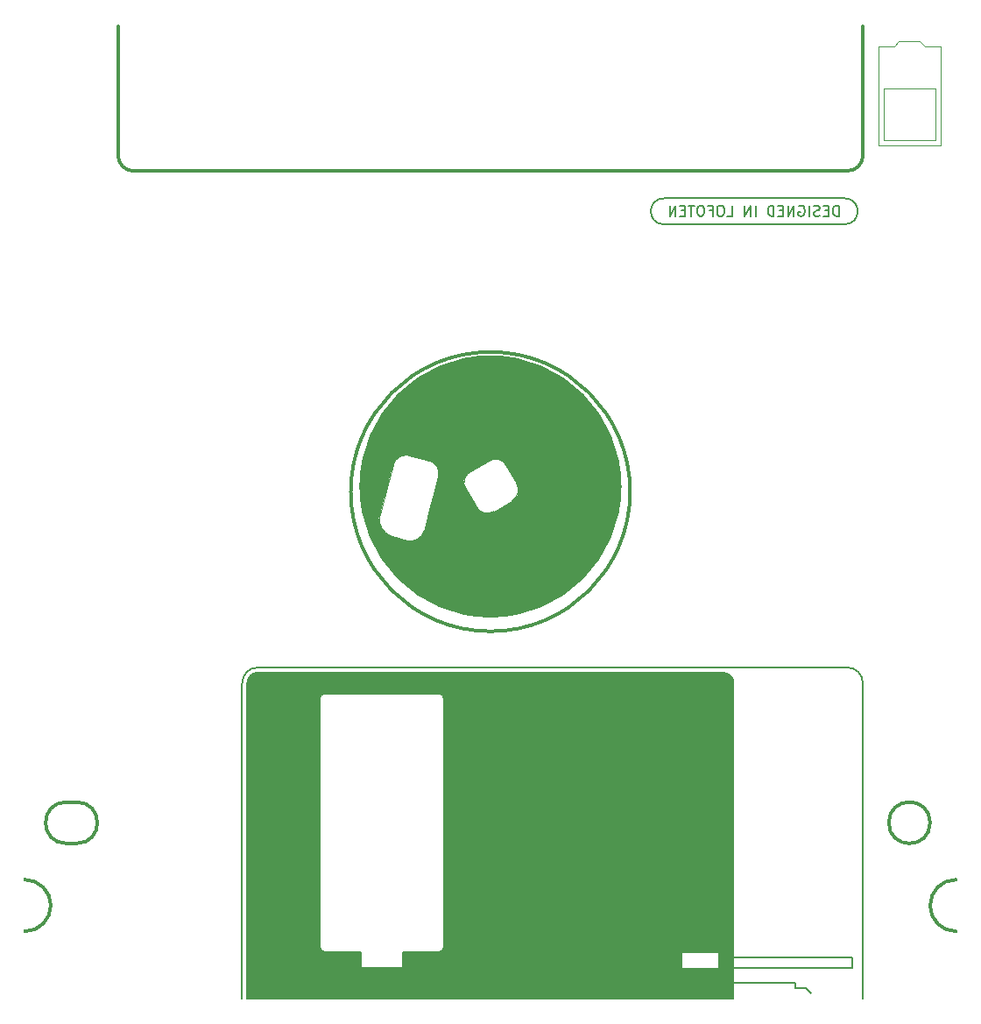
<source format=gbo>
G04 #@! TF.GenerationSoftware,KiCad,Pcbnew,(5.1.8)-1*
G04 #@! TF.CreationDate,2021-11-18T21:15:19+01:00*
G04 #@! TF.ProjectId,Greaseweazle,47726561-7365-4776-9561-7a6c652e6b69,rev?*
G04 #@! TF.SameCoordinates,Original*
G04 #@! TF.FileFunction,Legend,Bot*
G04 #@! TF.FilePolarity,Positive*
%FSLAX46Y46*%
G04 Gerber Fmt 4.6, Leading zero omitted, Abs format (unit mm)*
G04 Created by KiCad (PCBNEW (5.1.8)-1) date 2021-11-18 21:15:19*
%MOMM*%
%LPD*%
G01*
G04 APERTURE LIST*
%ADD10C,0.120000*%
%ADD11C,0.100000*%
%ADD12C,0.300000*%
%ADD13C,0.150000*%
%ADD14C,0.200000*%
G04 APERTURE END LIST*
D10*
X191000000Y-61000000D02*
X191000000Y-66000000D01*
X196000000Y-61000000D02*
X191000000Y-61000000D01*
X196000000Y-66000000D02*
X196000000Y-61000000D01*
X191000000Y-66000000D02*
X196000000Y-66000000D01*
D11*
G36*
X155700000Y-87300000D02*
G01*
X157800000Y-87900000D01*
X159500000Y-88800000D01*
X161300000Y-90100000D01*
X162400000Y-91300000D01*
X163100000Y-92100000D01*
X163800000Y-93200000D01*
X164200000Y-94000000D01*
X147100000Y-88500000D01*
X148400000Y-87900000D01*
X150300000Y-87300000D01*
X152000000Y-87000000D01*
X153600000Y-87000000D01*
X155700000Y-87300000D01*
G37*
X155700000Y-87300000D02*
X157800000Y-87900000D01*
X159500000Y-88800000D01*
X161300000Y-90100000D01*
X162400000Y-91300000D01*
X163100000Y-92100000D01*
X163800000Y-93200000D01*
X164200000Y-94000000D01*
X147100000Y-88500000D01*
X148400000Y-87900000D01*
X150300000Y-87300000D01*
X152000000Y-87000000D01*
X153600000Y-87000000D01*
X155700000Y-87300000D01*
G36*
X150500000Y-98700000D02*
G01*
X150400000Y-99100000D01*
X150500000Y-99400000D01*
X150615185Y-99711237D01*
X150800000Y-100000000D01*
X147600000Y-100000000D01*
X147953637Y-98530233D01*
X148000000Y-98200000D01*
X150800000Y-98200000D01*
X150500000Y-98700000D01*
G37*
X150500000Y-98700000D02*
X150400000Y-99100000D01*
X150500000Y-99400000D01*
X150615185Y-99711237D01*
X150800000Y-100000000D01*
X147600000Y-100000000D01*
X147953637Y-98530233D01*
X148000000Y-98200000D01*
X150800000Y-98200000D01*
X150500000Y-98700000D01*
G36*
X164200000Y-94000000D02*
G01*
X165100000Y-96300000D01*
X165500000Y-98900000D01*
X165300000Y-101700000D01*
X164800000Y-103700000D01*
X146530132Y-103842824D01*
X146700000Y-103200000D01*
X147200000Y-101400000D01*
X147600000Y-100000000D01*
X150800000Y-100000000D01*
X151615185Y-101443288D01*
X151900000Y-101800000D01*
X152300000Y-102000000D01*
X152800000Y-102100000D01*
X153100000Y-102000000D01*
X153500000Y-101800000D01*
X155200000Y-100800000D01*
X155400000Y-100600000D01*
X155600000Y-100300000D01*
X155700000Y-99800000D01*
X155600000Y-99400000D01*
X155300000Y-98800000D01*
X154400000Y-97300000D01*
X154100000Y-97000000D01*
X153500000Y-96800000D01*
X153000000Y-96900000D01*
X150800000Y-98200000D01*
X148000000Y-98200000D01*
X147900000Y-97700000D01*
X147800000Y-97500000D01*
X147500000Y-97200000D01*
X147069753Y-96999301D01*
X147100000Y-88500000D01*
X164200000Y-94000000D01*
G37*
X164200000Y-94000000D02*
X165100000Y-96300000D01*
X165500000Y-98900000D01*
X165300000Y-101700000D01*
X164800000Y-103700000D01*
X146530132Y-103842824D01*
X146700000Y-103200000D01*
X147200000Y-101400000D01*
X147600000Y-100000000D01*
X150800000Y-100000000D01*
X151615185Y-101443288D01*
X151900000Y-101800000D01*
X152300000Y-102000000D01*
X152800000Y-102100000D01*
X153100000Y-102000000D01*
X153500000Y-101800000D01*
X155200000Y-100800000D01*
X155400000Y-100600000D01*
X155600000Y-100300000D01*
X155700000Y-99800000D01*
X155600000Y-99400000D01*
X155300000Y-98800000D01*
X154400000Y-97300000D01*
X154100000Y-97000000D01*
X153500000Y-96800000D01*
X153000000Y-96900000D01*
X150800000Y-98200000D01*
X148000000Y-98200000D01*
X147900000Y-97700000D01*
X147800000Y-97500000D01*
X147500000Y-97200000D01*
X147069753Y-96999301D01*
X147100000Y-88500000D01*
X164200000Y-94000000D01*
G36*
X143200000Y-98900000D02*
G01*
X142312875Y-102195177D01*
X142200000Y-102700000D01*
X142500000Y-103600000D01*
X142800000Y-103900000D01*
X143200000Y-104200000D01*
X143800000Y-104400000D01*
X144900000Y-104700000D01*
X145300000Y-104800000D01*
X145800000Y-104700000D01*
X146100000Y-104500000D01*
X146400000Y-104200000D01*
X146530132Y-103842824D01*
X164800000Y-103700000D01*
X163800000Y-105700000D01*
X162600000Y-107500000D01*
X161400000Y-108700000D01*
X160000000Y-109900000D01*
X158500000Y-110700000D01*
X157400000Y-111200000D01*
X155700000Y-111700000D01*
X154400000Y-111900000D01*
X152800000Y-112000000D01*
X151200000Y-111900000D01*
X149700000Y-111600000D01*
X148100000Y-111000000D01*
X146700000Y-110300000D01*
X145100000Y-109200000D01*
X143700000Y-107900000D01*
X142700000Y-106600000D01*
X141800000Y-105100000D01*
X141200000Y-103600000D01*
X140700000Y-102000000D01*
X140500000Y-100600000D01*
X140500000Y-98900000D01*
X140700000Y-97400000D01*
X143600000Y-97400000D01*
X143200000Y-98900000D01*
G37*
X143200000Y-98900000D02*
X142312875Y-102195177D01*
X142200000Y-102700000D01*
X142500000Y-103600000D01*
X142800000Y-103900000D01*
X143200000Y-104200000D01*
X143800000Y-104400000D01*
X144900000Y-104700000D01*
X145300000Y-104800000D01*
X145800000Y-104700000D01*
X146100000Y-104500000D01*
X146400000Y-104200000D01*
X146530132Y-103842824D01*
X164800000Y-103700000D01*
X163800000Y-105700000D01*
X162600000Y-107500000D01*
X161400000Y-108700000D01*
X160000000Y-109900000D01*
X158500000Y-110700000D01*
X157400000Y-111200000D01*
X155700000Y-111700000D01*
X154400000Y-111900000D01*
X152800000Y-112000000D01*
X151200000Y-111900000D01*
X149700000Y-111600000D01*
X148100000Y-111000000D01*
X146700000Y-110300000D01*
X145100000Y-109200000D01*
X143700000Y-107900000D01*
X142700000Y-106600000D01*
X141800000Y-105100000D01*
X141200000Y-103600000D01*
X140700000Y-102000000D01*
X140500000Y-100600000D01*
X140500000Y-98900000D01*
X140700000Y-97400000D01*
X143600000Y-97400000D01*
X143200000Y-98900000D01*
G36*
X147069753Y-96999301D02*
G01*
X145300000Y-96500000D01*
X144800000Y-96400000D01*
X144200000Y-96600000D01*
X143800000Y-96900000D01*
X143606970Y-97365549D01*
X143600000Y-97400000D01*
X140700000Y-97400000D01*
X141200000Y-95400000D01*
X141900000Y-93800000D01*
X142900000Y-92200000D01*
X143600000Y-91300000D01*
X145800000Y-89300000D01*
X147100000Y-88500000D01*
X147069753Y-96999301D01*
G37*
X147069753Y-96999301D02*
X145300000Y-96500000D01*
X144800000Y-96400000D01*
X144200000Y-96600000D01*
X143800000Y-96900000D01*
X143606970Y-97365549D01*
X143600000Y-97400000D01*
X140700000Y-97400000D01*
X141200000Y-95400000D01*
X141900000Y-93800000D01*
X142900000Y-92200000D01*
X143600000Y-91300000D01*
X145800000Y-89300000D01*
X147100000Y-88500000D01*
X147069753Y-96999301D01*
G36*
X176000000Y-117600000D02*
G01*
X176400000Y-118000000D01*
X176500000Y-118500000D01*
X176500000Y-144500000D01*
X171500000Y-144500000D01*
X171500000Y-146000000D01*
X148500000Y-146000000D01*
X148500000Y-120000000D01*
X148700000Y-117500000D01*
X175500000Y-117500000D01*
X176000000Y-117600000D01*
G37*
X176000000Y-117600000D02*
X176400000Y-118000000D01*
X176500000Y-118500000D01*
X176500000Y-144500000D01*
X171500000Y-144500000D01*
X171500000Y-146000000D01*
X148500000Y-146000000D01*
X148500000Y-120000000D01*
X148700000Y-117500000D01*
X175500000Y-117500000D01*
X176000000Y-117600000D01*
G36*
X148700000Y-120000000D02*
G01*
X148500000Y-120000000D01*
X148500000Y-119800000D01*
X148300000Y-119600000D01*
X148000000Y-119500000D01*
X136800000Y-119500000D01*
X136600000Y-119700000D01*
X136500000Y-120000000D01*
X136500000Y-144100000D01*
X136700000Y-144400000D01*
X137000000Y-144500000D01*
X140500000Y-144500000D01*
X140500000Y-146000000D01*
X144500000Y-146000000D01*
X144500000Y-144500000D01*
X148200000Y-144500000D01*
X148400000Y-144300000D01*
X148500000Y-144000000D01*
X148500000Y-146000000D01*
X175000000Y-146000000D01*
X175000000Y-144500000D01*
X176500000Y-144500000D01*
X176500000Y-149000000D01*
X129500000Y-149000000D01*
X129500000Y-118300000D01*
X129600000Y-118100000D01*
X129800000Y-117800000D01*
X130100000Y-117600000D01*
X130500000Y-117500000D01*
X148700000Y-117500000D01*
X148700000Y-120000000D01*
G37*
X148700000Y-120000000D02*
X148500000Y-120000000D01*
X148500000Y-119800000D01*
X148300000Y-119600000D01*
X148000000Y-119500000D01*
X136800000Y-119500000D01*
X136600000Y-119700000D01*
X136500000Y-120000000D01*
X136500000Y-144100000D01*
X136700000Y-144400000D01*
X137000000Y-144500000D01*
X140500000Y-144500000D01*
X140500000Y-146000000D01*
X144500000Y-146000000D01*
X144500000Y-144500000D01*
X148200000Y-144500000D01*
X148400000Y-144300000D01*
X148500000Y-144000000D01*
X148500000Y-146000000D01*
X175000000Y-146000000D01*
X175000000Y-144500000D01*
X176500000Y-144500000D01*
X176500000Y-149000000D01*
X129500000Y-149000000D01*
X129500000Y-118300000D01*
X129600000Y-118100000D01*
X129800000Y-117800000D01*
X130100000Y-117600000D01*
X130500000Y-117500000D01*
X148700000Y-117500000D01*
X148700000Y-120000000D01*
D10*
X143606970Y-97365548D02*
X142312875Y-102195177D01*
X143550312Y-104338481D02*
X144999201Y-104726709D01*
X143550312Y-104338480D02*
G75*
G02*
X142312875Y-102195177I452933J1690370D01*
G01*
X146530132Y-103842824D02*
G75*
G02*
X144999201Y-104726709I-1207408J323523D01*
G01*
X147069753Y-96999302D02*
X145137901Y-96481664D01*
X146530132Y-103842825D02*
X147953637Y-98530233D01*
X147069753Y-96999301D02*
G75*
G02*
X147953637Y-98530233I-323524J-1207408D01*
G01*
X143606970Y-97365549D02*
G75*
G02*
X145137901Y-96481664I1207408J-323523D01*
G01*
X155512299Y-99193288D02*
G75*
G02*
X155054767Y-100900820I-1082532J-625000D01*
G01*
X153322716Y-101900819D02*
G75*
G02*
X151615185Y-101443288I-625000J1082531D01*
G01*
X150615184Y-99711237D02*
G75*
G02*
X151072716Y-98003705I1082532J625000D01*
G01*
X152804767Y-97003705D02*
G75*
G02*
X154512299Y-97461237I625000J-1082532D01*
G01*
X152804767Y-97003705D02*
X151072716Y-98003705D01*
X155512299Y-99193288D02*
X154512299Y-97461237D01*
X153322716Y-101900820D02*
X155054767Y-100900820D01*
X150615185Y-99711237D02*
X151615185Y-101443288D01*
D12*
X165500000Y-99500000D02*
G75*
G03*
X165500000Y-99500000I-12500000J0D01*
G01*
X166500000Y-100000000D02*
G75*
G03*
X166500000Y-100000000I-13500000J0D01*
G01*
D10*
X194500000Y-56500000D02*
X192500000Y-56500000D01*
X192000000Y-57000000D02*
X190500000Y-57000000D01*
X192500000Y-56500000D02*
X192000000Y-57000000D01*
X195000000Y-57000000D02*
X196500000Y-57000000D01*
X194500000Y-56500000D02*
X195000000Y-57000000D01*
X196500000Y-66500000D02*
X190500000Y-66500000D01*
X196500000Y-57000000D02*
X196500000Y-66500000D01*
X190500000Y-66500000D02*
X190500000Y-57000000D01*
D13*
X186666666Y-73357380D02*
X186666666Y-72357380D01*
X186428571Y-72357380D01*
X186285714Y-72405000D01*
X186190476Y-72500238D01*
X186142857Y-72595476D01*
X186095238Y-72785952D01*
X186095238Y-72928809D01*
X186142857Y-73119285D01*
X186190476Y-73214523D01*
X186285714Y-73309761D01*
X186428571Y-73357380D01*
X186666666Y-73357380D01*
X185666666Y-72833571D02*
X185333333Y-72833571D01*
X185190476Y-73357380D02*
X185666666Y-73357380D01*
X185666666Y-72357380D01*
X185190476Y-72357380D01*
X184809523Y-73309761D02*
X184666666Y-73357380D01*
X184428571Y-73357380D01*
X184333333Y-73309761D01*
X184285714Y-73262142D01*
X184238095Y-73166904D01*
X184238095Y-73071666D01*
X184285714Y-72976428D01*
X184333333Y-72928809D01*
X184428571Y-72881190D01*
X184619047Y-72833571D01*
X184714285Y-72785952D01*
X184761904Y-72738333D01*
X184809523Y-72643095D01*
X184809523Y-72547857D01*
X184761904Y-72452619D01*
X184714285Y-72405000D01*
X184619047Y-72357380D01*
X184380952Y-72357380D01*
X184238095Y-72405000D01*
X183809523Y-73357380D02*
X183809523Y-72357380D01*
X182809523Y-72405000D02*
X182904761Y-72357380D01*
X183047619Y-72357380D01*
X183190476Y-72405000D01*
X183285714Y-72500238D01*
X183333333Y-72595476D01*
X183380952Y-72785952D01*
X183380952Y-72928809D01*
X183333333Y-73119285D01*
X183285714Y-73214523D01*
X183190476Y-73309761D01*
X183047619Y-73357380D01*
X182952380Y-73357380D01*
X182809523Y-73309761D01*
X182761904Y-73262142D01*
X182761904Y-72928809D01*
X182952380Y-72928809D01*
X182333333Y-73357380D02*
X182333333Y-72357380D01*
X181761904Y-73357380D01*
X181761904Y-72357380D01*
X181285714Y-72833571D02*
X180952380Y-72833571D01*
X180809523Y-73357380D02*
X181285714Y-73357380D01*
X181285714Y-72357380D01*
X180809523Y-72357380D01*
X180380952Y-73357380D02*
X180380952Y-72357380D01*
X180142857Y-72357380D01*
X180000000Y-72405000D01*
X179904761Y-72500238D01*
X179857142Y-72595476D01*
X179809523Y-72785952D01*
X179809523Y-72928809D01*
X179857142Y-73119285D01*
X179904761Y-73214523D01*
X180000000Y-73309761D01*
X180142857Y-73357380D01*
X180380952Y-73357380D01*
X178619047Y-73357380D02*
X178619047Y-72357380D01*
X178142857Y-73357380D02*
X178142857Y-72357380D01*
X177571428Y-73357380D01*
X177571428Y-72357380D01*
X175857142Y-73357380D02*
X176333333Y-73357380D01*
X176333333Y-72357380D01*
X175333333Y-72357380D02*
X175142857Y-72357380D01*
X175047619Y-72405000D01*
X174952380Y-72500238D01*
X174904761Y-72690714D01*
X174904761Y-73024047D01*
X174952380Y-73214523D01*
X175047619Y-73309761D01*
X175142857Y-73357380D01*
X175333333Y-73357380D01*
X175428571Y-73309761D01*
X175523809Y-73214523D01*
X175571428Y-73024047D01*
X175571428Y-72690714D01*
X175523809Y-72500238D01*
X175428571Y-72405000D01*
X175333333Y-72357380D01*
X174142857Y-72833571D02*
X174476190Y-72833571D01*
X174476190Y-73357380D02*
X174476190Y-72357380D01*
X174000000Y-72357380D01*
X173428571Y-72357380D02*
X173238095Y-72357380D01*
X173142857Y-72405000D01*
X173047619Y-72500238D01*
X173000000Y-72690714D01*
X173000000Y-73024047D01*
X173047619Y-73214523D01*
X173142857Y-73309761D01*
X173238095Y-73357380D01*
X173428571Y-73357380D01*
X173523809Y-73309761D01*
X173619047Y-73214523D01*
X173666666Y-73024047D01*
X173666666Y-72690714D01*
X173619047Y-72500238D01*
X173523809Y-72405000D01*
X173428571Y-72357380D01*
X172714285Y-72357380D02*
X172142857Y-72357380D01*
X172428571Y-73357380D02*
X172428571Y-72357380D01*
X171809523Y-72833571D02*
X171476190Y-72833571D01*
X171333333Y-73357380D02*
X171809523Y-73357380D01*
X171809523Y-72357380D01*
X171333333Y-72357380D01*
X170904761Y-73357380D02*
X170904761Y-72357380D01*
X170333333Y-73357380D01*
X170333333Y-72357380D01*
D14*
X187250000Y-74155000D02*
X169750000Y-74155000D01*
X187250000Y-71655000D02*
X169750000Y-71655000D01*
X169750000Y-74155000D02*
G75*
G02*
X169750000Y-71655000I0J1250000D01*
G01*
X187250000Y-71655000D02*
G75*
G02*
X187250000Y-74155000I0J-1250000D01*
G01*
X183500000Y-148000000D02*
X184000000Y-148500000D01*
X182500000Y-148000000D02*
X183500000Y-148000000D01*
X182500000Y-147500000D02*
X182500000Y-148000000D01*
X176500000Y-147500000D02*
X182500000Y-147500000D01*
D12*
X113000000Y-134000000D02*
X112000000Y-134000000D01*
X113000000Y-130000000D02*
X112000000Y-130000000D01*
X113000000Y-130000000D02*
G75*
G02*
X113000000Y-134000000I0J-2000000D01*
G01*
X112000000Y-134000000D02*
G75*
G02*
X112000000Y-130000000I0J2000000D01*
G01*
X195500000Y-132000000D02*
G75*
G03*
X195500000Y-132000000I-2000000J0D01*
G01*
X110500000Y-140000000D02*
G75*
G02*
X108000000Y-142500000I-2500000J0D01*
G01*
X108000000Y-137500000D02*
G75*
G02*
X110500000Y-140000000I0J-2500000D01*
G01*
X198000000Y-142500000D02*
G75*
G02*
X195500000Y-140000000I0J2500000D01*
G01*
X195500000Y-140000000D02*
G75*
G02*
X198000000Y-137500000I2500000J0D01*
G01*
D14*
X188000000Y-145000000D02*
X176500000Y-145000000D01*
X188000000Y-146000000D02*
X188000000Y-145000000D01*
X176500000Y-146000000D02*
X188000000Y-146000000D01*
D10*
X171500000Y-144500000D02*
X175000000Y-144500000D01*
X171500000Y-146000000D02*
X171500000Y-144500000D01*
X175000000Y-146000000D02*
X171500000Y-146000000D01*
X175000000Y-144500000D02*
X175000000Y-146000000D01*
D14*
X148000000Y-144500000D02*
X144500000Y-144500000D01*
X137000000Y-119500000D02*
X148000000Y-119500000D01*
X148500000Y-120000000D02*
X148500000Y-144000000D01*
X148000000Y-119500000D02*
G75*
G02*
X148500000Y-120000000I0J-500000D01*
G01*
X136500000Y-120000000D02*
X136500000Y-144000000D01*
X137000000Y-144500000D02*
G75*
G02*
X136500000Y-144000000I0J500000D01*
G01*
X137000000Y-144500000D02*
X140500000Y-144500000D01*
X136500000Y-120000000D02*
G75*
G02*
X137000000Y-119500000I500000J0D01*
G01*
X148500000Y-144000000D02*
G75*
G02*
X148000000Y-144500000I-500000J0D01*
G01*
X140500000Y-144500000D02*
X140500000Y-146000000D01*
X144500000Y-144500000D02*
X144500000Y-146000000D01*
X140500000Y-146000000D02*
X144500000Y-146000000D01*
X129500000Y-118500000D02*
G75*
G02*
X130500000Y-117500000I1000000J0D01*
G01*
X175500000Y-117500000D02*
G75*
G02*
X176500000Y-118500000I0J-1000000D01*
G01*
X129500000Y-118500000D02*
X129500000Y-149000000D01*
X176500000Y-118500000D02*
X176500000Y-149000000D01*
X130500000Y-117500000D02*
X175500000Y-117500000D01*
X130500000Y-117000000D02*
X187500000Y-117000000D01*
X129000000Y-118500000D02*
X129000000Y-149000000D01*
X187500000Y-117000000D02*
G75*
G02*
X189000000Y-118500000I0J-1500000D01*
G01*
X189000000Y-118500000D02*
X189000000Y-149000000D01*
X129000000Y-118500000D02*
G75*
G02*
X130500000Y-117000000I1500000J0D01*
G01*
D12*
X189000000Y-55000000D02*
X189000000Y-67500000D01*
X117000000Y-55000000D02*
X117000000Y-67500000D01*
X118500000Y-69000000D02*
G75*
G02*
X117000000Y-67500000I0J1500000D01*
G01*
X189000000Y-67500000D02*
G75*
G02*
X187500000Y-69000000I-1500000J0D01*
G01*
X187500000Y-69000000D02*
X118500000Y-69000000D01*
M02*

</source>
